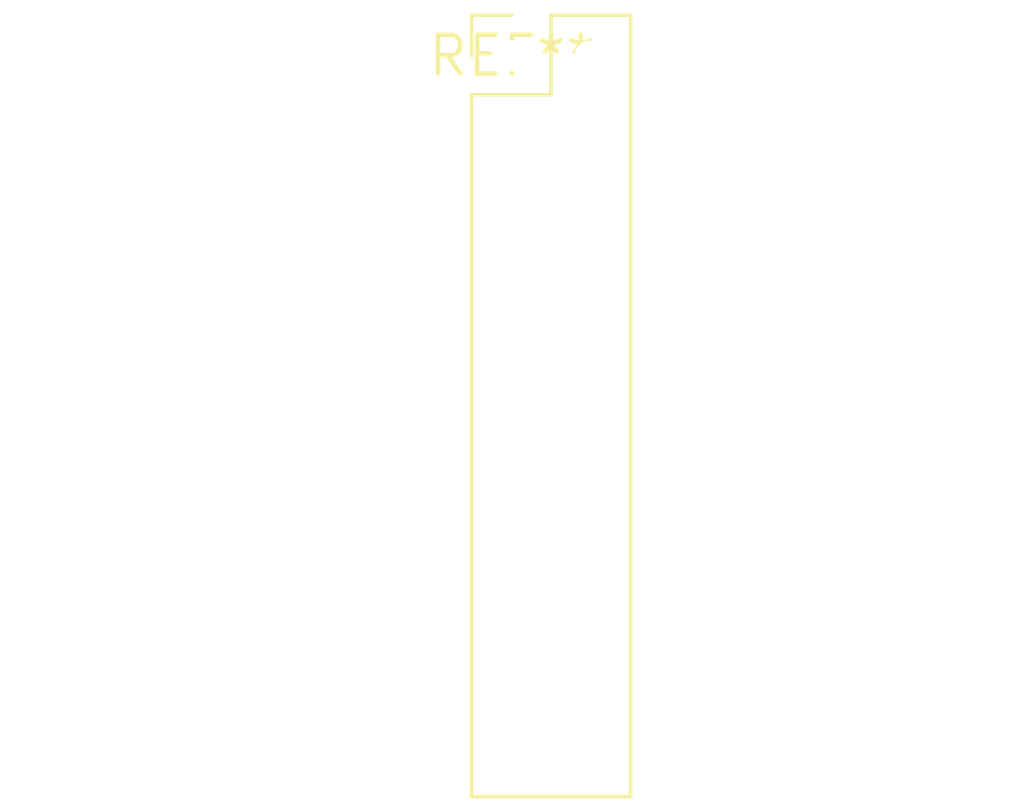
<source format=kicad_pcb>
(kicad_pcb (version 20240108) (generator pcbnew)
  (layers (0 "F.Cu" signal) (31 "B.Cu" signal) (34 "B.Paste" user) (35 "F.Paste" user) (36 "B.SilkS" user "B.Silkscreen") (37 "F.SilkS" user "F.Silkscreen") (38 "B.Mask" user) (39 "F.Mask" user) (44 "Edge.Cuts" user))
  (net 0 "")
  (footprint "PinHeader_2x10_P2.54mm_Vertical" (layer "F.Cu") (at 0 0)
    (property "Reference" "REF**")
    (property "Value" "PinHeader_2x10_P2.54mm_Vertical")
    (fp_line (start -1.33 -1.33) (end 0 -1.33) (layer "F.SilkS") (stroke (width 0.12)))
    (fp_line (start -1.33 0) (end -1.33 -1.33) (layer "F.SilkS") (stroke (width 0.12)))
    (fp_line (start -1.33 1.27) (end -1.33 24.19) (layer "F.SilkS") (stroke (width 0.12)))
    (fp_line (start -1.33 1.27) (end 1.27 1.27) (layer "F.SilkS") (stroke (width 0.12)))
    (fp_line (start -1.33 24.19) (end 3.87 24.19) (layer "F.SilkS") (stroke (width 0.12)))
    (fp_line (start 1.27 -1.33) (end 3.87 -1.33) (layer "F.SilkS") (stroke (width 0.12)))
    (fp_line (start 1.27 1.27) (end 1.27 -1.33) (layer "F.SilkS") (stroke (width 0.12)))
    (fp_line (start 3.87 -1.33) (end 3.87 24.19) (layer "F.SilkS") (stroke (width 0.12)))
    (pad "1" thru_hole rect (at 0 0) (size 1.7 1.7) (drill 1) (layers *.Cu *.Mask) (remove_unused_layers))
    (pad "2" thru_hole oval (at 2.54 0) (size 1.7 1.7) (drill 1) (layers *.Cu *.Mask) (remove_unused_layers))
    (pad "3" thru_hole oval (at 0 2.54) (size 1.7 1.7) (drill 1) (layers *.Cu *.Mask) (remove_unused_layers))
    (pad "4" thru_hole oval (at 2.54 2.54) (size 1.7 1.7) (drill 1) (layers *.Cu *.Mask) (remove_unused_layers))
    (pad "5" thru_hole oval (at 0 5.08) (size 1.7 1.7) (drill 1) (layers *.Cu *.Mask) (remove_unused_layers))
    (pad "6" thru_hole oval (at 2.54 5.08) (size 1.7 1.7) (drill 1) (layers *.Cu *.Mask) (remove_unused_layers))
    (pad "7" thru_hole oval (at 0 7.62) (size 1.7 1.7) (drill 1) (layers *.Cu *.Mask) (remove_unused_layers))
    (pad "8" thru_hole oval (at 2.54 7.62) (size 1.7 1.7) (drill 1) (layers *.Cu *.Mask) (remove_unused_layers))
    (pad "9" thru_hole oval (at 0 10.16) (size 1.7 1.7) (drill 1) (layers *.Cu *.Mask) (remove_unused_layers))
    (pad "10" thru_hole oval (at 2.54 10.16) (size 1.7 1.7) (drill 1) (layers *.Cu *.Mask) (remove_unused_layers))
    (pad "11" thru_hole oval (at 0 12.7) (size 1.7 1.7) (drill 1) (layers *.Cu *.Mask) (remove_unused_layers))
    (pad "12" thru_hole oval (at 2.54 12.7) (size 1.7 1.7) (drill 1) (layers *.Cu *.Mask) (remove_unused_layers))
    (pad "13" thru_hole oval (at 0 15.24) (size 1.7 1.7) (drill 1) (layers *.Cu *.Mask) (remove_unused_layers))
    (pad "14" thru_hole oval (at 2.54 15.24) (size 1.7 1.7) (drill 1) (layers *.Cu *.Mask) (remove_unused_layers))
    (pad "15" thru_hole oval (at 0 17.78) (size 1.7 1.7) (drill 1) (layers *.Cu *.Mask) (remove_unused_layers))
    (pad "16" thru_hole oval (at 2.54 17.78) (size 1.7 1.7) (drill 1) (layers *.Cu *.Mask) (remove_unused_layers))
    (pad "17" thru_hole oval (at 0 20.32) (size 1.7 1.7) (drill 1) (layers *.Cu *.Mask) (remove_unused_layers))
    (pad "18" thru_hole oval (at 2.54 20.32) (size 1.7 1.7) (drill 1) (layers *.Cu *.Mask) (remove_unused_layers))
    (pad "19" thru_hole oval (at 0 22.86) (size 1.7 1.7) (drill 1) (layers *.Cu *.Mask) (remove_unused_layers))
    (pad "20" thru_hole oval (at 2.54 22.86) (size 1.7 1.7) (drill 1) (layers *.Cu *.Mask) (remove_unused_layers))
  )
)
</source>
